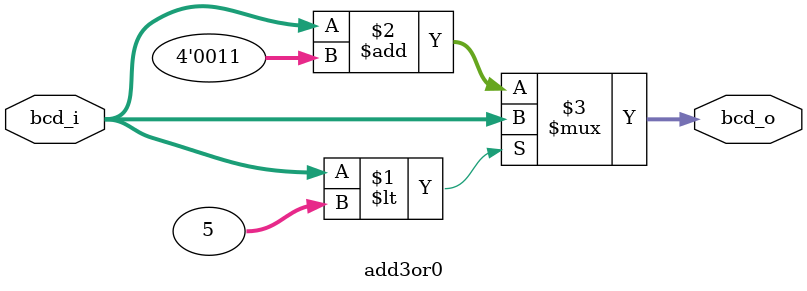
<source format=v>
module double_dabble(clk, rst, start, binary, done, bcd);
	parameter W = 18;
	input clk, rst, start;
	input [W - 1: 0 ] binary ;
	output done;
	output [4*$ceil(W/3.0) - 1:0] bcd;
	// Seu codigo
	localparam [1:0] INIT  = 2'b00;
	localparam [1:0] SHIFT = 2'b01;
	localparam [1:0] SUM   = 2'b10;
	localparam [1:0] DONE  = 2'b11;

	reg [W - 1: 0 ] bin_reg ;
	reg [4*$ceil(W/3.0) - 1:0] bcd_reg;
	wire [4*$ceil(W/3.0) - 1:0] bcd_reg_sum;
	reg [$clog2(W)-1:0] count;

	assign bcd = bcd_reg;
	assign done = state == DONE;

	reg [2:0] state;
	reg [4:0] out;

	always @(posedge clk) begin
		if (rst) state = 0;
	end

	always @(state, posedge clk) begin
		case(state)
			INIT:
				begin
					bcd_reg = 0;
					bin_reg = binary;
					count = W-1;
					if (start)	   state = SHIFT;
					else		   state = INIT;
				end
			SHIFT:
				begin
					bcd_reg = (bcd_reg << 1) + bin_reg[W-1];
					bin_reg = bin_reg << 1;
					if (count <= 0) state = DONE;
					else begin
					   	count = count - 1;
						state = SUM;
					end
				end
			SUM:
				begin
					bcd_reg = bcd_reg_sum;
				  	state = SHIFT;
				end
			DONE:
				begin
					if (start)	   state = DONE;
					else			 state = INIT;
				end
			default				  state = INIT;
		endcase
	end

	genvar gen;
	generate
		for (gen = 0; gen < 4*$ceil(W/3.0); gen = gen + 4) begin
			add3or0 add(
				.bcd_i(bcd_reg[gen + 3:gen]),
				.bcd_o(bcd_reg_sum[gen + 3:gen])
			);
		end
	endgenerate
endmodule

module add3or0(bcd_i, bcd_o);
	input [3:0] bcd_i;
	output [3:0] bcd_o;
	assign bcd_o = (bcd_i < 5) ? bcd_i
							   : bcd_i + 4'b0011;
endmodule

</source>
